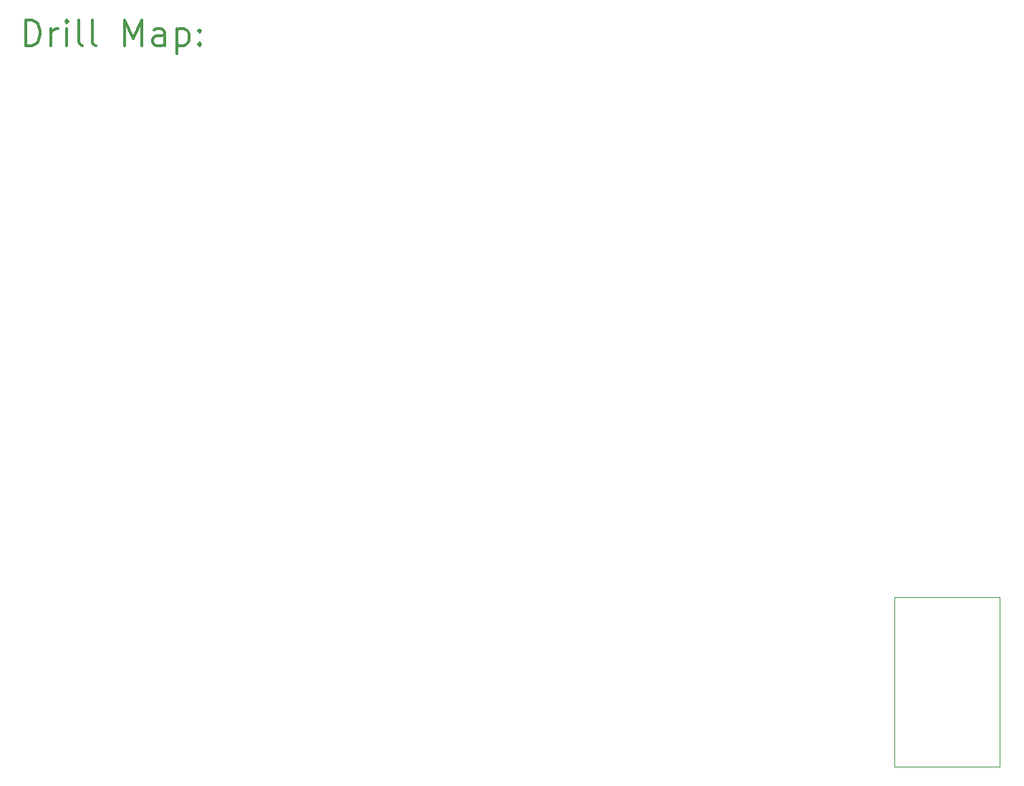
<source format=gbr>
%FSLAX45Y45*%
G04 Gerber Fmt 4.5, Leading zero omitted, Abs format (unit mm)*
G04 Created by KiCad (PCBNEW (5.1.5)-3) date 2020-06-23 05:06:29*
%MOMM*%
%LPD*%
G04 APERTURE LIST*
%TA.AperFunction,Profile*%
%ADD10C,0.120000*%
%TD*%
%ADD11C,0.200000*%
%ADD12C,0.300000*%
G04 APERTURE END LIST*
D10*
X11798300Y-9004300D02*
X11798300Y-6997700D01*
X10553700Y-9004300D02*
X11798300Y-9004300D01*
X10553700Y-6997700D02*
X10553700Y-9004300D01*
X11798300Y-6997700D02*
X10553700Y-6997700D01*
D11*
D12*
X286429Y-465714D02*
X286429Y-165714D01*
X357857Y-165714D01*
X400714Y-180000D01*
X429286Y-208571D01*
X443571Y-237143D01*
X457857Y-294286D01*
X457857Y-337143D01*
X443571Y-394286D01*
X429286Y-422857D01*
X400714Y-451428D01*
X357857Y-465714D01*
X286429Y-465714D01*
X586429Y-465714D02*
X586429Y-265714D01*
X586429Y-322857D02*
X600714Y-294286D01*
X615000Y-280000D01*
X643571Y-265714D01*
X672143Y-265714D01*
X772143Y-465714D02*
X772143Y-265714D01*
X772143Y-165714D02*
X757857Y-180000D01*
X772143Y-194286D01*
X786428Y-180000D01*
X772143Y-165714D01*
X772143Y-194286D01*
X957857Y-465714D02*
X929286Y-451428D01*
X915000Y-422857D01*
X915000Y-165714D01*
X1115000Y-465714D02*
X1086429Y-451428D01*
X1072143Y-422857D01*
X1072143Y-165714D01*
X1457857Y-465714D02*
X1457857Y-165714D01*
X1557857Y-380000D01*
X1657857Y-165714D01*
X1657857Y-465714D01*
X1929286Y-465714D02*
X1929286Y-308571D01*
X1915000Y-280000D01*
X1886428Y-265714D01*
X1829286Y-265714D01*
X1800714Y-280000D01*
X1929286Y-451428D02*
X1900714Y-465714D01*
X1829286Y-465714D01*
X1800714Y-451428D01*
X1786428Y-422857D01*
X1786428Y-394286D01*
X1800714Y-365714D01*
X1829286Y-351428D01*
X1900714Y-351428D01*
X1929286Y-337143D01*
X2072143Y-265714D02*
X2072143Y-565714D01*
X2072143Y-280000D02*
X2100714Y-265714D01*
X2157857Y-265714D01*
X2186429Y-280000D01*
X2200714Y-294286D01*
X2215000Y-322857D01*
X2215000Y-408571D01*
X2200714Y-437143D01*
X2186429Y-451428D01*
X2157857Y-465714D01*
X2100714Y-465714D01*
X2072143Y-451428D01*
X2343571Y-437143D02*
X2357857Y-451428D01*
X2343571Y-465714D01*
X2329286Y-451428D01*
X2343571Y-437143D01*
X2343571Y-465714D01*
X2343571Y-280000D02*
X2357857Y-294286D01*
X2343571Y-308571D01*
X2329286Y-294286D01*
X2343571Y-280000D01*
X2343571Y-308571D01*
M02*

</source>
